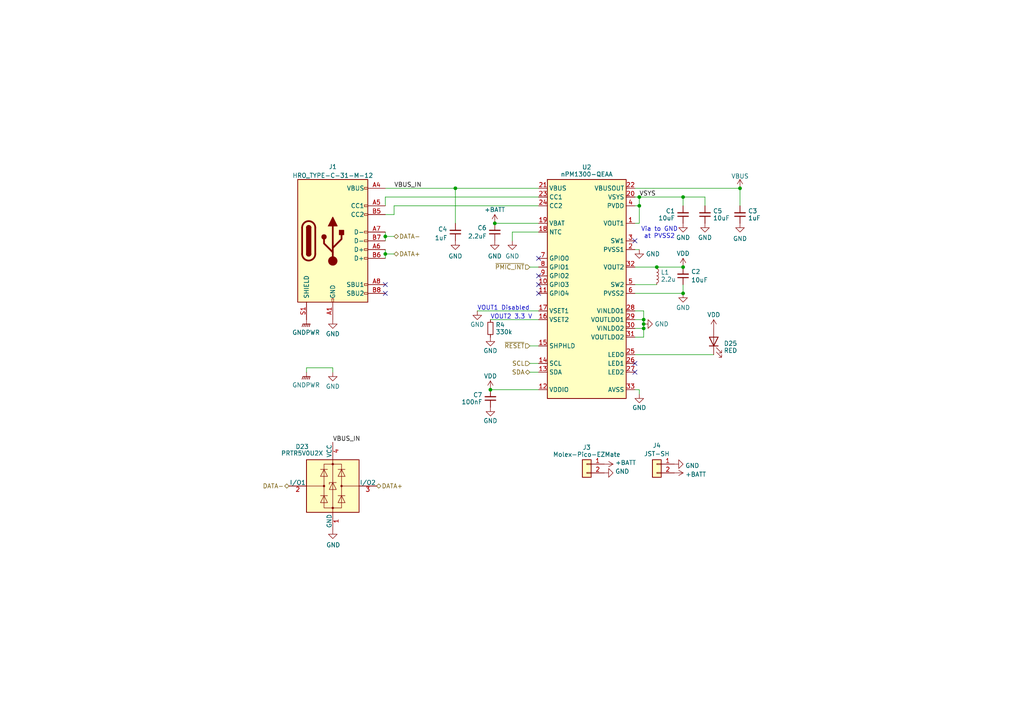
<source format=kicad_sch>
(kicad_sch (version 20231120) (generator "eeschema") (generator_version "8.0")
  (paper "A4")
  (title_block (title "Marten 22 Numpad") (date "2024-10-06") (rev "1"))
  (lib_symbols
    (symbol "Connector:USB_C_Receptacle_USB2.0" (pin_names (offset 1.016))
      (property "Reference" "J" (at -10.16 19.05 0))
      (property "Value" "USB_C_Receptacle_USB2.0" (at 19.05 19.05 0))
      (symbol "USB_C_Receptacle_USB2.0_0_0"
        (rectangle (start -0.254 -17.78) (end 0.254 -16.764))
        (rectangle (start 10.16 -14.986) (end 9.144 -15.494))
        (rectangle (start 10.16 -12.446) (end 9.144 -12.954))
        (rectangle (start 10.16 -4.826) (end 9.144 -5.334))
        (rectangle (start 10.16 -2.286) (end 9.144 -2.794))
        (rectangle (start 10.16 0.254) (end 9.144 -0.254))
        (rectangle (start 10.16 2.794) (end 9.144 2.286))
        (rectangle (start 10.16 7.874) (end 9.144 7.366))
        (rectangle (start 10.16 10.414) (end 9.144 9.906))
        (rectangle (start 10.16 15.494) (end 9.144 14.986))
      )
      (symbol "USB_C_Receptacle_USB2.0_0_1"
        (rectangle (start -10.16 17.78) (end 10.16 -17.78) (stroke (width 0.254)) (fill (type background)))
        (arc (start -8.89 -3.81) (mid -6.985 -5.7067) (end -5.08 -3.81) (stroke (width 0.508)))
        (arc (start -7.62 -3.81) (mid -6.985 -4.4423) (end -6.35 -3.81) (stroke (width 0.254)))
        (arc (start -7.62 -3.81) (mid -6.985 -4.4423) (end -6.35 -3.81) (stroke (width 0.254)) (fill (type outline)))
        (rectangle (start -7.62 -3.81) (end -6.35 3.81) (stroke (width 0.254)) (fill (type outline)))
        (arc (start -6.35 3.81) (mid -6.985 4.4423) (end -7.62 3.81) (stroke (width 0.254)))
        (arc (start -6.35 3.81) (mid -6.985 4.4423) (end -7.62 3.81) (stroke (width 0.254)) (fill (type outline)))
        (arc (start -5.08 3.81) (mid -6.985 5.7067) (end -8.89 3.81) (stroke (width 0.508)))
        (circle (center -2.54 1.143) (radius 0.635) (stroke (width 0.254)) (fill (type outline)))
        (circle (center 0 -5.842) (radius 1.27) (fill (type outline)))
        (polyline (pts (xy -8.89 -3.81) (xy -8.89 3.81)) (stroke (width 0.508)))
        (polyline (pts (xy -5.08 3.81) (xy -5.08 -3.81)) (stroke (width 0.508)))
        (polyline (pts (xy 0 -5.842) (xy 0 4.318)) (stroke (width 0.508)))
        (polyline (pts (xy 0 -3.302) (xy -2.54 -0.762) (xy -2.54 0.508)) (stroke (width 0.508)))
        (polyline (pts (xy 0 -2.032) (xy 2.54 0.508) (xy 2.54 1.778)) (stroke (width 0.508)))
        (polyline (pts (xy -1.27 4.318) (xy 0 6.858) (xy 1.27 4.318) (xy -1.27 4.318)) (stroke (width 0.254)) (fill (type outline)))
        (rectangle (start 1.905 1.778) (end 3.175 3.048) (stroke (width 0.254)) (fill (type outline)))
      )
      (symbol "USB_C_Receptacle_USB2.0_1_1"
        (pin passive line (at 0 -22.86 90) (length 5.08) (name "GND") (number "A1"))
        (pin passive line (at 0 -22.86 90) (length 5.08) hide (name "GND") (number "A12"))
        (pin passive line (at 15.24 15.24 180) (length 5.08) (name "VBUS") (number "A4"))
        (pin bidirectional line (at 15.24 10.16 180) (length 5.08) (name "CC1") (number "A5"))
        (pin bidirectional line (at 15.24 -2.54 180) (length 5.08) (name "D+") (number "A6"))
        (pin bidirectional line (at 15.24 2.54 180) (length 5.08) (name "D-") (number "A7"))
        (pin bidirectional line (at 15.24 -12.7 180) (length 5.08) (name "SBU1") (number "A8"))
        (pin passive line (at 15.24 15.24 180) (length 5.08) hide (name "VBUS") (number "A9"))
        (pin passive line (at 0 -22.86 90) (length 5.08) hide (name "GND") (number "B1"))
        (pin passive line (at 0 -22.86 90) (length 5.08) hide (name "GND") (number "B12"))
        (pin passive line (at 15.24 15.24 180) (length 5.08) hide (name "VBUS") (number "B4"))
        (pin bidirectional line (at 15.24 7.62 180) (length 5.08) (name "CC2") (number "B5"))
        (pin bidirectional line (at 15.24 -5.08 180) (length 5.08) (name "D+") (number "B6"))
        (pin bidirectional line (at 15.24 0 180) (length 5.08) (name "D-") (number "B7"))
        (pin bidirectional line (at 15.24 -15.24 180) (length 5.08) (name "SBU2") (number "B8"))
        (pin passive line (at 15.24 15.24 180) (length 5.08) hide (name "VBUS") (number "B9"))
        (pin passive line (at -7.62 -22.86 90) (length 5.08) (name "SHIELD") (number "S1"))
      )
    )
    (symbol "Connector_Generic:Conn_01x02" (pin_names (offset 1.016) hide)
      (property "Reference" "J" (at 0 2.54 0))
      (property "Value" "Conn_01x02" (at 0 -5.08 0))
      (symbol "Conn_01x02_1_1"
        (rectangle (start -1.27 -2.413) (end 0 -2.667) (stroke (width 0.1524)))
        (rectangle (start -1.27 0.127) (end 0 -0.127) (stroke (width 0.1524)))
        (rectangle (start -1.27 1.27) (end 1.27 -3.81) (stroke (width 0.254)) (fill (type background)))
        (pin passive line (at -5.08 0 0) (length 3.81) (name "Pin_1") (number "1"))
        (pin passive line (at -5.08 -2.54 0) (length 3.81) (name "Pin_2") (number "2"))
      )
    )
    (symbol "Device:C_Small" (pin_numbers hide) (pin_names (offset 0.254) hide)
      (property "Reference" "C" (at 0.254 1.778 0))
      (property "Value" "C_Small" (at 0.254 -2.032 0))
      (symbol "C_Small_0_1"
        (polyline (pts (xy -1.524 -0.508) (xy 1.524 -0.508)) (stroke (width 0.3302)))
        (polyline (pts (xy -1.524 0.508) (xy 1.524 0.508)) (stroke (width 0.3048)))
      )
      (symbol "C_Small_1_1"
        (pin passive line (at 0 2.54 270) (length 2.032) (name "~") (number "1"))
        (pin passive line (at 0 -2.54 90) (length 2.032) (name "~") (number "2"))
      )
    )
    (symbol "Device:LED" (pin_numbers hide) (pin_names (offset 1.016) hide)
      (property "Reference" "D" (at 0 2.54 0))
      (property "Value" "LED" (at 0 -2.54 0))
      (symbol "LED_0_1"
        (polyline (pts (xy -1.27 -1.27) (xy -1.27 1.27)) (stroke (width 0.254)))
        (polyline (pts (xy -1.27 0) (xy 1.27 0)))
        (polyline (pts (xy 1.27 -1.27) (xy 1.27 1.27) (xy -1.27 0) (xy 1.27 -1.27)) (stroke (width 0.254)))
        (polyline (pts (xy -3.048 -0.762) (xy -4.572 -2.286) (xy -3.81 -2.286) (xy -4.572 -2.286) (xy -4.572 -1.524)))
        (polyline (pts (xy -1.778 -0.762) (xy -3.302 -2.286) (xy -2.54 -2.286) (xy -3.302 -2.286) (xy -3.302 -1.524)))
      )
      (symbol "LED_1_1"
        (pin passive line (at -3.81 0 0) (length 2.54) (name "K") (number "1"))
        (pin passive line (at 3.81 0 180) (length 2.54) (name "A") (number "2"))
      )
    )
    (symbol "Device:L_Small" (pin_numbers hide) (pin_names (offset 0.254) hide)
      (property "Reference" "L" (at 0.762 1.016 0))
      (property "Value" "L_Small" (at 0.762 -1.016 0))
      (symbol "L_Small_0_1"
        (arc (start 0 -2.032) (mid 0.5058 -1.524) (end 0 -1.016))
        (arc (start 0 -1.016) (mid 0.5058 -0.508) (end 0 0))
        (arc (start 0 0) (mid 0.5058 0.508) (end 0 1.016))
        (arc (start 0 1.016) (mid 0.5058 1.524) (end 0 2.032))
      )
      (symbol "L_Small_1_1"
        (pin passive line (at 0 2.54 270) (length 0.508) (name "~") (number "1"))
        (pin passive line (at 0 -2.54 90) (length 0.508) (name "~") (number "2"))
      )
    )
    (symbol "Device:R_Small" (pin_numbers hide) (pin_names (offset 0.254) hide)
      (property "Reference" "R" (at 0.762 0.508 0))
      (property "Value" "R_Small" (at 0.762 -1.016 0))
      (symbol "R_Small_0_1"
        (rectangle (start -0.762 1.778) (end 0.762 -1.778) (stroke (width 0.2032)))
      )
      (symbol "R_Small_1_1"
        (pin passive line (at 0 2.54 270) (length 0.762) (name "~") (number "1"))
        (pin passive line (at 0 -2.54 90) (length 0.762) (name "~") (number "2"))
      )
    )
    (symbol "Power_Protection:PRTR5V0U2X" (pin_names (offset 0))
      (property "Reference" "D" (at 2.794 8.636 0))
      (property "Value" "PRTR5V0U2X" (at 8.128 -9.398 0))
      (symbol "PRTR5V0U2X_0_1"
        (rectangle (start -7.62 -7.62) (end 7.62 7.62) (stroke (width 0.254)) (fill (type background)))
        (circle (center -2.54 0) (radius 0.254) (fill (type outline)))
        (rectangle (start -2.54 6.35) (end 2.54 -6.35))
        (circle (center 0 -6.35) (radius 0.254) (fill (type outline)))
        (polyline (pts (xy -2.54 0) (xy -7.62 0)))
        (polyline (pts (xy -1.524 -2.794) (xy -3.556 -2.794)))
        (polyline (pts (xy -1.524 4.826) (xy -3.556 4.826)))
        (polyline (pts (xy 0 -7.62) (xy 0 7.62)))
        (polyline (pts (xy 1.524 -2.794) (xy 3.556 -2.794)))
        (polyline (pts (xy 1.524 4.826) (xy 3.556 4.826)))
        (polyline (pts (xy 2.54 0) (xy 7.62 0)))
        (polyline (pts (xy 1.016 1.016) (xy -1.016 1.016) (xy -1.016 0.508)))
        (polyline (pts (xy -3.556 -4.826) (xy -1.524 -4.826) (xy -2.54 -2.794) (xy -3.556 -4.826)))
        (polyline (pts (xy -3.556 2.794) (xy -1.524 2.794) (xy -2.54 4.826) (xy -3.556 2.794)))
        (polyline (pts (xy -1.016 -1.016) (xy 1.016 -1.016) (xy 0 1.016) (xy -1.016 -1.016)))
        (polyline (pts (xy 3.556 -4.826) (xy 1.524 -4.826) (xy 2.54 -2.794) (xy 3.556 -4.826)))
        (polyline (pts (xy 3.556 2.794) (xy 1.524 2.794) (xy 2.54 4.826) (xy 3.556 2.794)))
        (circle (center 0 6.35) (radius 0.254) (fill (type outline)))
        (circle (center 2.54 0) (radius 0.254) (fill (type outline)))
      )
      (symbol "PRTR5V0U2X_1_1"
        (pin passive line (at 0 -12.7 90) (length 5.08) (name "GND") (number "1"))
        (pin passive line (at -12.7 0 0) (length 5.08) (name "I/O1") (number "2"))
        (pin passive line (at 12.7 0 180) (length 5.08) (name "I/O2") (number "3"))
        (pin passive line (at 0 12.7 270) (length 5.08) (name "VCC") (number "4"))
      )
    )
    (symbol "keyboard:nPM1300-QEAA"
      (property "Reference" "U" (at 10.16 33.02 0))
      (property "Value" "nPM1300-QEAA" (at -3.81 33.02 0))
      (symbol "nPM1300-QEAA_0_1"
        (rectangle (start -11.43 31.75) (end 11.43 -31.75) (stroke (width 0.254)) (fill (type background)))
      )
      (symbol "nPM1300-QEAA_1_1"
        (pin power_out line (at 13.97 19.05 180) (length 2.54) (name "VOUT1") (number "1"))
        (pin bidirectional line (at -13.97 1.27 0) (length 2.54) (name "GPIO3") (number "10"))
        (pin bidirectional line (at -13.97 -1.27 0) (length 2.54) (name "GPIO4") (number "11"))
        (pin power_in line (at -13.97 -29.21 0) (length 2.54) (name "VDDIO") (number "12"))
        (pin bidirectional line (at -13.97 -24.13 0) (length 2.54) (name "SDA") (number "13"))
        (pin input line (at -13.97 -21.59 0) (length 2.54) (name "SCL") (number "14"))
        (pin input line (at -13.97 -16.51 0) (length 2.54) (name "SHPHLD") (number "15"))
        (pin input line (at -13.97 -8.89 0) (length 2.54) (name "VSET2") (number "16"))
        (pin input line (at -13.97 -6.35 0) (length 2.54) (name "VSET1") (number "17"))
        (pin input line (at -13.97 16.51 0) (length 2.54) (name "NTC") (number "18"))
        (pin power_in line (at -13.97 19.05 0) (length 2.54) (name "VBAT") (number "19"))
        (pin power_in line (at 13.97 11.43 180) (length 2.54) (name "PVSS1") (number "2"))
        (pin power_out line (at 13.97 26.67 180) (length 2.54) (name "VSYS") (number "20"))
        (pin power_in line (at -13.97 29.21 0) (length 2.54) (name "VBUS") (number "21"))
        (pin power_out line (at 13.97 29.21 180) (length 2.54) (name "VBUSOUT") (number "22"))
        (pin bidirectional line (at -13.97 26.67 0) (length 2.54) (name "CC1") (number "23"))
        (pin bidirectional line (at -13.97 24.13 0) (length 2.54) (name "CC2") (number "24"))
        (pin output line (at 13.97 -19.05 180) (length 2.54) (name "LED0") (number "25"))
        (pin output line (at 13.97 -21.59 180) (length 2.54) (name "LED1") (number "26"))
        (pin output line (at 13.97 -24.13 180) (length 2.54) (name "LED2") (number "27"))
        (pin power_in line (at 13.97 -6.35 180) (length 2.54) (name "VINLDO1") (number "28"))
        (pin power_out line (at 13.97 -8.89 180) (length 2.54) (name "VOUTLDO1") (number "29"))
        (pin power_out line (at 13.97 13.97 180) (length 2.54) (name "SW1") (number "3"))
        (pin power_in line (at 13.97 -11.43 180) (length 2.54) (name "VINLDO2") (number "30"))
        (pin power_out line (at 13.97 -13.97 180) (length 2.54) (name "VOUTLDO2") (number "31"))
        (pin power_out line (at 13.97 6.35 180) (length 2.54) (name "VOUT2") (number "32"))
        (pin power_in line (at 13.97 -29.21 180) (length 2.54) (name "AVSS") (number "33"))
        (pin power_in line (at 13.97 24.13 180) (length 2.54) (name "PVDD") (number "4"))
        (pin power_out line (at 13.97 1.27 180) (length 2.54) (name "SW2") (number "5"))
        (pin power_in line (at 13.97 -1.27 180) (length 2.54) (name "PVSS2") (number "6"))
        (pin bidirectional line (at -13.97 8.89 0) (length 2.54) (name "GPIO0") (number "7"))
        (pin bidirectional line (at -13.97 6.35 0) (length 2.54) (name "GPIO1") (number "8"))
        (pin bidirectional line (at -13.97 3.81 0) (length 2.54) (name "GPIO2") (number "9"))
      )
    )
    (symbol "power:+BATT" (power) (pin_names (offset 0))
      (property "Value" "+BATT" (at 0 3.556 0))
      (symbol "+BATT_0_1"
        (polyline (pts (xy -0.762 1.27) (xy 0 2.54)))
        (polyline (pts (xy 0 0) (xy 0 2.54)))
        (polyline (pts (xy 0 2.54) (xy 0.762 1.27)))
      )
      (symbol "+BATT_1_1"
        (pin power_in line (at 0 0 90) (length 0) hide (name "+BATT") (number "1"))
      )
    )
    (symbol "power:GND" (power) (pin_names (offset 0))
      (property "Value" "GND" (at 0 -3.81 0))
      (symbol "GND_0_1"
        (polyline (pts (xy 0 0) (xy 0 -1.27) (xy 1.27 -1.27) (xy 0 -2.54) (xy -1.27 -1.27) (xy 0 -1.27)))
      )
      (symbol "GND_1_1"
        (pin power_in line (at 0 0 270) (length 0) hide (name "GND") (number "1"))
      )
    )
    (symbol "power:GNDPWR" (power) (pin_names (offset 0))
      (property "Value" "GNDPWR" (at 0 -3.302 0))
      (symbol "GNDPWR_0_1"
        (polyline (pts (xy 0 -1.27) (xy 0 0)))
        (polyline (pts (xy -1.016 -1.27) (xy -1.27 -2.032) (xy -1.27 -2.032)) (stroke (width 0.2032)))
        (polyline (pts (xy -0.508 -1.27) (xy -0.762 -2.032) (xy -0.762 -2.032)) (stroke (width 0.2032)))
        (polyline (pts (xy 0 -1.27) (xy -0.254 -2.032) (xy -0.254 -2.032)) (stroke (width 0.2032)))
        (polyline (pts (xy 0.508 -1.27) (xy 0.254 -2.032) (xy 0.254 -2.032)) (stroke (width 0.2032)))
        (polyline (pts (xy 1.016 -1.27) (xy -1.016 -1.27) (xy -1.016 -1.27)) (stroke (width 0.2032)))
        (polyline (pts (xy 1.016 -1.27) (xy 0.762 -2.032) (xy 0.762 -2.032) (xy 0.762 -2.032)) (stroke (width 0.2032)))
      )
      (symbol "GNDPWR_1_1"
        (pin power_in line (at 0 0 270) (length 0) hide (name "GNDPWR") (number "1"))
      )
    )
    (symbol "power:VBUS" (power) (pin_names (offset 0))
      (property "Value" "VBUS" (at 0 3.81 0))
      (symbol "VBUS_0_1"
        (polyline (pts (xy -0.762 1.27) (xy 0 2.54)))
        (polyline (pts (xy 0 0) (xy 0 2.54)))
        (polyline (pts (xy 0 2.54) (xy 0.762 1.27)))
      )
      (symbol "VBUS_1_1"
        (pin power_in line (at 0 0 90) (length 0) hide (name "VBUS") (number "1"))
      )
    )
    (symbol "power:VDD" (power) (pin_names (offset 0))
      (property "Value" "VDD" (at 0 3.81 0))
      (symbol "VDD_0_1"
        (polyline (pts (xy -0.762 1.27) (xy 0 2.54)))
        (polyline (pts (xy 0 0) (xy 0 2.54)))
        (polyline (pts (xy 0 2.54) (xy 0.762 1.27)))
      )
      (symbol "VDD_1_1"
        (pin power_in line (at 0 0 90) (length 0) hide (name "VDD") (number "1"))
      )
    )
  )
  (junction (at 186.69 92.71))
  (junction (at 198.12 77.47))
  (junction (at 185.42 59.69))
  (junction (at 186.69 95.25))
  (junction (at 214.63 54.61))
  (junction (at 198.12 85.09))
  (junction (at 186.69 93.98))
  (junction (at 190.5 77.47))
  (junction (at 142.24 113.03))
  (junction (at 111.76 73.66))
  (junction (at 198.12 57.15))
  (junction (at 132.08 54.61))
  (junction (at 143.51 64.77))
  (junction (at 111.76 68.58))
  (junction (at 185.42 57.15))
  (no_connect (at 156.21 80.01))
  (no_connect (at 184.15 105.41))
  (no_connect (at 111.76 85.09))
  (no_connect (at 111.76 82.55))
  (no_connect (at 156.21 82.55))
  (no_connect (at 156.21 74.93))
  (no_connect (at 184.15 107.95))
  (no_connect (at 156.21 85.09))
  (no_connect (at 184.15 69.85))
  (wire (pts (xy 185.42 64.77) (xy 185.42 59.69)))
  (wire (pts (xy 184.15 72.39) (xy 185.42 72.39)))
  (wire (pts (xy 184.15 57.15) (xy 185.42 57.15)))
  (wire (pts (xy 111.76 73.66) (xy 111.76 74.93)))
  (wire (pts (xy 148.59 67.31) (xy 156.21 67.31)))
  (wire (pts (xy 138.43 90.17) (xy 156.21 90.17)))
  (wire (pts (xy 204.47 57.15) (xy 204.47 59.69)))
  (wire (pts (xy 186.69 95.25) (xy 186.69 97.79)))
  (wire (pts (xy 153.67 105.41) (xy 156.21 105.41)))
  (wire (pts (xy 114.3 62.23) (xy 114.3 59.69)))
  (wire (pts (xy 184.15 90.17) (xy 186.69 90.17)))
  (wire (pts (xy 184.15 77.47) (xy 190.5 77.47)))
  (wire (pts (xy 111.76 59.69) (xy 111.76 57.15)))
  (wire (pts (xy 184.15 64.77) (xy 185.42 64.77)))
  (wire (pts (xy 186.69 93.98) (xy 186.69 95.25)))
  (wire (pts (xy 111.76 57.15) (xy 156.21 57.15)))
  (wire (pts (xy 114.3 59.69) (xy 156.21 59.69)))
  (wire (pts (xy 88.9 106.68) (xy 88.9 107.95)))
  (wire (pts (xy 111.76 72.39) (xy 111.76 73.66)))
  (wire (pts (xy 111.76 67.31) (xy 111.76 68.58)))
  (wire (pts (xy 184.15 102.87) (xy 207.01 102.87)))
  (wire (pts (xy 153.67 100.33) (xy 156.21 100.33)))
  (wire (pts (xy 148.59 69.85) (xy 148.59 67.31)))
  (wire (pts (xy 111.76 68.58) (xy 114.3 68.58)))
  (wire (pts (xy 88.9 106.68) (xy 96.52 106.68)))
  (wire (pts (xy 184.15 85.09) (xy 198.12 85.09)))
  (wire (pts (xy 184.15 59.69) (xy 185.42 59.69)))
  (wire (pts (xy 184.15 97.79) (xy 186.69 97.79)))
  (wire (pts (xy 96.52 107.95) (xy 96.52 106.68)))
  (wire (pts (xy 111.76 62.23) (xy 114.3 62.23)))
  (wire (pts (xy 186.69 90.17) (xy 186.69 92.71)))
  (wire (pts (xy 143.51 64.77) (xy 156.21 64.77)))
  (wire (pts (xy 111.76 73.66) (xy 114.3 73.66)))
  (wire (pts (xy 111.76 54.61) (xy 132.08 54.61)))
  (wire (pts (xy 132.08 64.77) (xy 132.08 54.61)))
  (wire (pts (xy 214.63 54.61) (xy 214.63 59.69)))
  (wire (pts (xy 198.12 82.55) (xy 198.12 85.09)))
  (wire (pts (xy 185.42 57.15) (xy 185.42 59.69)))
  (wire (pts (xy 184.15 92.71) (xy 186.69 92.71)))
  (wire (pts (xy 198.12 57.15) (xy 204.47 57.15)))
  (wire (pts (xy 185.42 113.03) (xy 185.42 114.3)))
  (wire (pts (xy 142.24 92.71) (xy 156.21 92.71)))
  (wire (pts (xy 184.15 113.03) (xy 185.42 113.03)))
  (wire (pts (xy 153.67 77.47) (xy 156.21 77.47)))
  (wire (pts (xy 142.24 113.03) (xy 156.21 113.03)))
  (wire (pts (xy 153.67 107.95) (xy 156.21 107.95)))
  (wire (pts (xy 198.12 57.15) (xy 198.12 59.69)))
  (wire (pts (xy 185.42 57.15) (xy 198.12 57.15)))
  (wire (pts (xy 184.15 82.55) (xy 190.5 82.55)))
  (wire (pts (xy 190.5 77.47) (xy 198.12 77.47)))
  (wire (pts (xy 184.15 95.25) (xy 186.69 95.25)))
  (wire (pts (xy 186.69 92.71) (xy 186.69 93.98)))
  (wire (pts (xy 156.21 54.61) (xy 132.08 54.61)))
  (wire (pts (xy 184.15 54.61) (xy 214.63 54.61)))
  (wire (pts (xy 111.76 68.58) (xy 111.76 69.85)))
  (text "VOUT1 Disabled" (at 138.43 90.17 0) (effects (font (size 1.27 1.27)) (justify left bottom)))
  (text "Via to GND\nat PVSS2" (at 191.262 67.564 0) (effects (font (size 1.27 1.27))))
  (text "VOUT2 3.3 V" (at 142.24 92.71 0) (effects (font (size 1.27 1.27)) (justify left bottom)))
  (label "VSYS" (at 185.42 57.15 0))
  (label "VBUS_IN" (at 96.52 128.27 0))
  (label "VBUS_IN" (at 114.3 54.61 0))
  (hierarchical_label "~{PMIC_INT}" (shape input) (at 153.67 77.47 180))
  (hierarchical_label "DATA+" (shape bidirectional) (at 109.22 140.97 0))
  (hierarchical_label "SCL" (shape input) (at 153.67 105.41 180))
  (hierarchical_label "DATA+" (shape bidirectional) (at 114.3 73.66 0))
  (hierarchical_label "DATA-" (shape bidirectional) (at 83.82 140.97 180))
  (hierarchical_label "SDA" (shape bidirectional) (at 153.67 107.95 180))
  (hierarchical_label "~{RESET}" (shape input) (at 153.67 100.33 180))
  (hierarchical_label "DATA-" (shape bidirectional) (at 114.3 68.58 0))
  (symbol (lib_id "power:GND") (at 148.59 69.85 0) (unit 1)
    (property "Reference" "#PWR011" (effects (hide yes)))
    (property "Value" "GND" (at 148.59 74.2934 0))
  )
  (symbol (lib_id "power:GND") (at 96.52 153.67 0) (unit 1)
    (property "Reference" "#PWR045" (effects (hide yes)))
    (property "Value" "GND" (at 96.647 158.0642 0))
  )
  (symbol (lib_id "power:GND") (at 96.52 92.71 0) (unit 1)
    (property "Reference" "#PWR018" (effects (hide yes)))
    (property "Value" "GND" (at 96.52 96.8455 0))
  )
  (symbol (lib_id "power:+BATT") (at 143.51 64.77 0) (unit 1)
    (property "Reference" "#PWR04" (effects (hide yes)))
    (property "Value" "+BATT" (at 143.51 60.825 0))
  )
  (symbol (lib_id "power:VBUS") (at 214.63 54.61 0) (unit 1)
    (property "Reference" "#PWR02" (effects (hide yes)))
    (property "Value" "VBUS" (at 214.63 51.1081 0))
  )
  (symbol (lib_id "Device:C_Small") (at 142.24 115.57 0) (mirror x) (unit 1)
    (property "Reference" "C7" (at 139.9159 114.5396 0) (effects (justify right)))
    (property "Value" "100nF" (at 139.9159 116.5876 0) (effects (justify right)))
    (property "Footprint" "Capacitor_SMD:C_0402_1005Metric" (effects (hide yes)))
    (property "Description" "Capacitor, X5R, 25 V, +/-10%" (effects (hide yes)))
    (property "Package" "0402" (effects (hide yes)))
    (property "Manufacturer" "CCTC" (effects (hide yes)))
    (property "Manufacturer Part Number" "TCC0402X5R104K250AT" (effects (hide yes)))
  )
  (symbol (lib_id "power:GND") (at 96.52 107.95 0) (unit 1)
    (property "Reference" "#PWR023" (effects (hide yes)))
    (property "Value" "GND" (at 96.52 112.0855 0))
  )
  (symbol (lib_id "power:GND") (at 142.24 97.79 0) (unit 1)
    (property "Reference" "#PWR019" (effects (hide yes)))
    (property "Value" "GND" (at 142.24 101.735 0))
  )
  (symbol (lib_id "Device:R_Small") (at 142.24 95.25 180) (unit 1)
    (property "Reference" "R4" (at 143.7386 94.226 0) (effects (justify right)))
    (property "Value" "330k" (at 143.7386 96.274 0) (effects (justify right)))
    (property "Footprint" "Resistor_SMD:R_0402_1005Metric" (effects (hide yes)))
    (property "Description" "Resistor, 0.05 W, +/1%" (effects (hide yes)))
    (property "Package" "0402" (effects (hide yes)))
    (property "Manufacturer" "YAGEO" (effects (hide yes)))
    (property "Manufacturer Part Number" "RC0402FR-07330KL" (effects (hide yes)))
  )
  (symbol (lib_id "power:+BATT") (at 195.58 137.16 270) (unit 1)
    (property "Reference" "#PWR041" (effects (hide yes)))
    (property "Value" "+BATT" (at 198.755 137.5938 90) (effects (justify left)))
  )
  (symbol (lib_id "power:GND") (at 185.42 72.39 0) (unit 1)
    (property "Reference" "#PWR012" (effects (hide yes)))
    (property "Value" "GND" (at 187.325 73.66 0) (effects (justify left)))
  )
  (symbol (lib_id "power:GND") (at 204.47 64.77 0) (unit 1)
    (property "Reference" "#PWR06" (effects (hide yes)))
    (property "Value" "GND" (at 204.47 68.9031 0))
  )
  (symbol (lib_id "power:VDD") (at 198.12 77.47 0) (unit 1)
    (property "Reference" "#PWR01" (effects (hide yes)))
    (property "Value" "VDD" (at 198.12 73.525 0))
  )
  (symbol (lib_id "power:GND") (at 198.12 85.09 0) (unit 1)
    (property "Reference" "#PWR015" (effects (hide yes)))
    (property "Value" "GND" (at 198.12 89.2231 0))
  )
  (symbol (lib_id "power:GND") (at 175.26 137.16 90) (mirror x) (unit 1)
    (property "Reference" "#PWR043" (effects (hide yes)))
    (property "Value" "GND" (at 178.435 136.7262 90) (effects (justify right)))
  )
  (symbol (lib_id "Device:C_Small") (at 214.63 62.23 180) (unit 1)
    (property "Reference" "C3" (at 216.9541 61.1996 0) (effects (justify right)))
    (property "Value" "1uF" (at 216.9541 63.2476 0) (effects (justify right)))
    (property "Footprint" "Capacitor_SMD:C_0603_1608Metric" (effects (hide yes)))
    (property "Description" "Capacitor, X5R, 10V, +/-10%" (effects (hide yes)))
    (property "Package" "0603" (effects (hide yes)))
    (property "Manufacturer" "FH" (effects (hide yes)))
    (property "Manufacturer Part Number" "0603X105K100NT" (effects (hide yes)))
  )
  (symbol (lib_id "power:GND") (at 143.51 69.85 0) (unit 1)
    (property "Reference" "#PWR09" (effects (hide yes)))
    (property "Value" "GND" (at 143.51 74.2934 0))
  )
  (symbol (lib_id "power:VDD") (at 142.24 113.03 0) (unit 1)
    (property "Reference" "#PWR025" (effects (hide yes)))
    (property "Value" "VDD" (at 142.24 109.085 0))
  )
  (symbol (lib_id "Device:LED") (at 207.01 99.06 90) (unit 1)
    (property "Reference" "D25" (at 209.931 99.6235 90) (effects (justify right)))
    (property "Value" "RED" (at 209.931 101.6715 90) (effects (justify right)))
    (property "Footprint" "LED_SMD:LED_0603_1608Metric" (effects (hide yes)))
    (property "Description" "2V LED, Red" (effects (hide yes)))
    (property "Package" "0603" (effects (hide yes)))
    (property "Manufacturer" "Foshan" (effects (hide yes)))
    (property "Manufacturer Part Number" "NCD0603R6" (effects (hide yes)))
  )
  (symbol (lib_id "Power_Protection:PRTR5V0U2X") (at 96.52 140.97 0) (unit 1)
    (property "Reference" "D23" (at 87.63 129.54 0))
    (property "Value" "PRTR5V0U2X" (at 87.63 131.461 0))
    (property "Footprint" "Package_TO_SOT_SMD:SOT-143" (effects (hide yes)))
    (property "Datasheet" "https://assets.nexperia.com/documents/data-sheet/PRTR5V0U2X.pdf" (effects (hide yes)))
    (property "Description" "ESD suppression diode" (effects (hide yes)))
    (property "Manufacturer Part Number" "PRTR5V0U2X,215" (effects (hide yes)))
    (property "Manufacturer" "Nexperia" (effects (hide yes)))
    (property "Package" "SOT-143" (effects (hide yes)))
  )
  (symbol (lib_id "power:GND") (at 185.42 114.3 0) (unit 1)
    (property "Reference" "#PWR026" (effects (hide yes)))
    (property "Value" "GND" (at 185.42 118.245 0))
  )
  (symbol (lib_id "Device:C_Small") (at 132.08 67.31 180) (unit 1)
    (property "Reference" "C4" (at 129.756 66.4689 0) (effects (justify left)))
    (property "Value" "1uF" (at 129.756 69.0058 0) (effects (justify left)))
    (property "Footprint" "Capacitor_SMD:C_0603_1608Metric" (effects (hide yes)))
    (property "Description" "Capacitor, X5R, 10V, +/-10%" (effects (hide yes)))
    (property "Package" "0603" (effects (hide yes)))
    (property "Manufacturer" "FH" (effects (hide yes)))
    (property "Manufacturer Part Number" "0603X105K100NT" (effects (hide yes)))
  )
  (symbol (lib_id "Device:C_Small") (at 198.12 62.23 0) (mirror x) (unit 1)
    (property "Reference" "C1" (at 195.7959 61.1996 0) (effects (justify right)))
    (property "Value" "10uF" (at 195.7959 63.2476 0) (effects (justify right)))
    (property "Footprint" "Capacitor_SMD:C_0603_1608Metric" (effects (hide yes)))
    (property "Description" "Capacitor, X5R, 25 V, +/-20%" (effects (hide yes)))
    (property "Package" "0603" (effects (hide yes)))
    (property "Manufacturer" "FH" (effects (hide yes)))
    (property "Manufacturer Part Number" "0603X106M250NT" (effects (hide yes)))
  )
  (symbol (lib_id "power:GND") (at 186.69 93.98 90) (unit 1)
    (property "Reference" "#PWR020" (effects (hide yes)))
    (property "Value" "GND" (at 189.865 93.98 90) (effects (justify right)))
  )
  (symbol (lib_id "Device:C_Small") (at 198.12 80.01 0) (mirror x) (unit 1)
    (property "Reference" "C2" (at 200.4441 78.7915 0) (effects (justify left)))
    (property "Value" "10uF" (at 200.4441 81.2157 0) (effects (justify left)))
    (property "Footprint" "Capacitor_SMD:C_0603_1608Metric" (effects (hide yes)))
    (property "Description" "Capacitor, X5R, 25 V, +/-20%" (effects (hide yes)))
    (property "Package" "0603" (effects (hide yes)))
    (property "Manufacturer" "FH" (effects (hide yes)))
    (property "Manufacturer Part Number" "0603X106M250NT" (effects (hide yes)))
  )
  (symbol (lib_id "Connector_Generic:Conn_01x02") (at 190.5 134.62 0) (mirror y) (unit 1)
    (property "Reference" "J4" (at 190.5 129.2057 0))
    (property "Value" "JST-SH" (at 190.5 131.6299 0))
    (property "Footprint" "keyboard:JST_SH_SM02B-SRSS-TB_1x02-1MP_P1.00mm_Horizontal_Anchor" (effects (hide yes)))
    (property "Datasheet" "https://www.jst.com/wp-content/uploads/2021/01/eSH-new.pdf" (effects (hide yes)))
    (property "Description" "SH connector PCB header, 2 circuits" (effects (hide yes)))
    (property "Manufacturer Part Number" "SM02B-SRSS-TB" (effects (hide yes)))
    (property "Manufacturer" "JST" (effects (hide yes)))
    (property "Package" "SMD" (effects (hide yes)))
  )
  (symbol (lib_id "power:GND") (at 214.63 64.77 0) (unit 1)
    (property "Reference" "#PWR07" (effects (hide yes)))
    (property "Value" "GND" (at 214.63 69.2134 0))
  )
  (symbol (lib_id "Connector:USB_C_Receptacle_USB2.0") (at 96.52 69.85 0) (unit 1)
    (property "Reference" "J1" (at 96.52 48.3702 0))
    (property "Value" "HRO_TYPE-C-31-M-12" (at 96.52 50.9071 0))
    (property "Footprint" "keyboard:USB_C_Receptacle_HRO_TYPE-C-31-M-12" (effects (hide yes)))
    (property "Datasheet" "https://datasheet.lcsc.com/lcsc/2205251630_Korean-Hroparts-Elec-TYPE-C-31-M-12_C165948.pdf" (effects (hide yes)))
    (property "Description" "USB Type-C connector" (effects (hide yes)))
    (property "Manufacturer Part Number" "TYPE-C-31-M-12" (effects (hide yes)))
    (property "Manufacturer" "Korean Hroparts" (effects (hide yes)))
    (property "Package" "SMD" (effects (hide yes)))
  )
  (symbol (lib_id "keyboard:nPM1300-QEAA") (at 170.18 83.82 0) (unit 1)
    (property "Reference" "U2" (at 170.18 48.49 0))
    (property "Value" "nPM1300-QEAA" (at 170.18 50.538 0))
    (property "Footprint" "keyboard:QFN-32-1EP_5x5mm_P0.5mm_EP3.5x3.5mm_ThermalVias" (effects (hide yes)))
    (property "Datasheet" "https://docs.nordicsemi.com/category/npm1300-category" (effects (hide yes)))
    (property "Description" "Nordic nPM1300 PMIC" (effects (hide yes)))
    (property "Manufacturer" "Nordic Semiconductor" (effects (hide yes)))
    (property "Manufacturer Part Number" "nPM1300-QEAA" (effects (hide yes)))
    (property "Package" "QFN-32" (effects (hide yes)))
  )
  (symbol (lib_id "power:GND") (at 198.12 64.77 0) (unit 1)
    (property "Reference" "#PWR05" (effects (hide yes)))
    (property "Value" "GND" (at 198.12 68.9031 0))
  )
  (symbol (lib_id "power:GNDPWR") (at 88.9 92.71 0) (unit 1)
    (property "Reference" "#PWR017" (effects (hide yes)))
    (property "Value" "GNDPWR" (at 88.773 96.4391 0))
  )
  (symbol (lib_id "Device:C_Small") (at 143.51 67.31 180) (unit 1)
    (property "Reference" "C6" (at 141.1859 66.0915 0) (effects (justify left)))
    (property "Value" "2.2uF" (at 141.1859 68.5157 0) (effects (justify left)))
    (property "Footprint" "Capacitor_SMD:C_0603_1608Metric" (effects (hide yes)))
    (property "Description" "Capacitor, X5R, 25 V, +/-10%" (effects (hide yes)))
    (property "Package" "0603" (effects (hide yes)))
    (property "Manufacturer" "CCTC" (effects (hide yes)))
    (property "Manufacturer Part Number" "TCC0603X5R225K250CT" (effects (hide yes)))
  )
  (symbol (lib_id "power:GND") (at 132.08 69.85 0) (unit 1)
    (property "Reference" "#PWR08" (effects (hide yes)))
    (property "Value" "GND" (at 132.08 74.2934 0))
  )
  (symbol (lib_id "power:GND") (at 142.24 118.11 0) (unit 1)
    (property "Reference" "#PWR032" (effects (hide yes)))
    (property "Value" "GND" (at 142.24 122.055 0))
  )
  (symbol (lib_id "power:+BATT") (at 175.26 134.62 270) (mirror x) (unit 1)
    (property "Reference" "#PWR044" (effects (hide yes)))
    (property "Value" "+BATT" (at 178.435 134.1862 90) (effects (justify left)))
  )
  (symbol (lib_id "power:GND") (at 138.43 90.17 0) (unit 1)
    (property "Reference" "#PWR016" (effects (hide yes)))
    (property "Value" "GND" (at 138.43 94.115 0))
  )
  (symbol (lib_id "power:GNDPWR") (at 88.9 107.95 0) (unit 1)
    (property "Reference" "#PWR022" (effects (hide yes)))
    (property "Value" "GNDPWR" (at 88.773 111.6791 0))
  )
  (symbol (lib_id "Device:L_Small") (at 190.5 80.01 0) (unit 1)
    (property "Reference" "L1" (at 191.6408 78.986 0) (effects (justify left)))
    (property "Value" "2.2u" (at 191.6408 81.034 0) (effects (justify left)))
    (property "Footprint" "Inductor_SMD:L_0805_2012Metric" (effects (hide yes)))
    (property "Datasheet" "https://product.tdk.com/en/search/inductor/inductor/smd/info?part_no=MLZ2012M2R2HT000" (effects (hide yes)))
    (property "Description" "Inductor, DCR <= 400 mOhm, +/-20%" (effects (hide yes)))
    (property "Package" "0805" (effects (hide yes)))
    (property "Manufacturer" "TDK" (effects (hide yes)))
    (property "Manufacturer Part Number" "MLZ2012M2R2HT000" (effects (hide yes)))
  )
  (symbol (lib_id "Device:C_Small") (at 204.47 62.23 180) (unit 1)
    (property "Reference" "C5" (at 206.7941 61.1996 0) (effects (justify right)))
    (property "Value" "10uF" (at 206.7941 63.2476 0) (effects (justify right)))
    (property "Footprint" "Capacitor_SMD:C_0603_1608Metric" (effects (hide yes)))
    (property "Description" "Capacitor, X5R, 25 V, +/-20%" (effects (hide yes)))
    (property "Package" "0603" (effects (hide yes)))
    (property "Manufacturer" "FH" (effects (hide yes)))
    (property "Manufacturer Part Number" "0603X106M250NT" (effects (hide yes)))
  )
  (symbol (lib_id "Connector_Generic:Conn_01x02") (at 170.18 134.62 0) (mirror y) (unit 1)
    (property "Reference" "J3" (at 170.18 129.77 0))
    (property "Value" "Molex-Pico-EZMate" (at 170.18 131.818 0))
    (property "Footprint" "keyboard:Molex_Pico-EZmate_78171-0002_1x02-1MP_P1.20mm_Vertical" (effects (hide yes)))
    (property "Datasheet" "https://www.molex.com/en-us/products/part-detail/781710002" (effects (hide yes)))
    (property "Description" "Pico-EZMate PCB header, 2 circuits" (effects (hide yes)))
    (property "Manufacturer Part Number" "781710002" (effects (hide yes)))
    (property "Manufacturer" "Molex" (effects (hide yes)))
    (property "Package" "SMD" (effects (hide yes)))
  )
  (symbol (lib_id "power:GND") (at 195.58 134.62 90) (unit 1)
    (property "Reference" "#PWR042" (effects (hide yes)))
    (property "Value" "GND" (at 198.755 135.0538 90) (effects (justify right)))
  )
  (symbol (lib_id "power:VDD") (at 207.01 95.25 0) (unit 1)
    (property "Reference" "#PWR029" (effects (hide yes)))
    (property "Value" "VDD" (at 207.01 91.305 0))
  )
)
</source>
